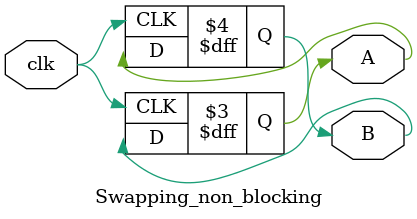
<source format=v>
module Swapping_non_blocking(A,B,clk);
	output A,B;
	input clk;
	reg A, B;
	
	initial
		begin
			A=1;
			B=0;
		end
			always @(posedge clk)
			begin
				 A<=B;
			    B<=A;
			end

endmodule

</source>
